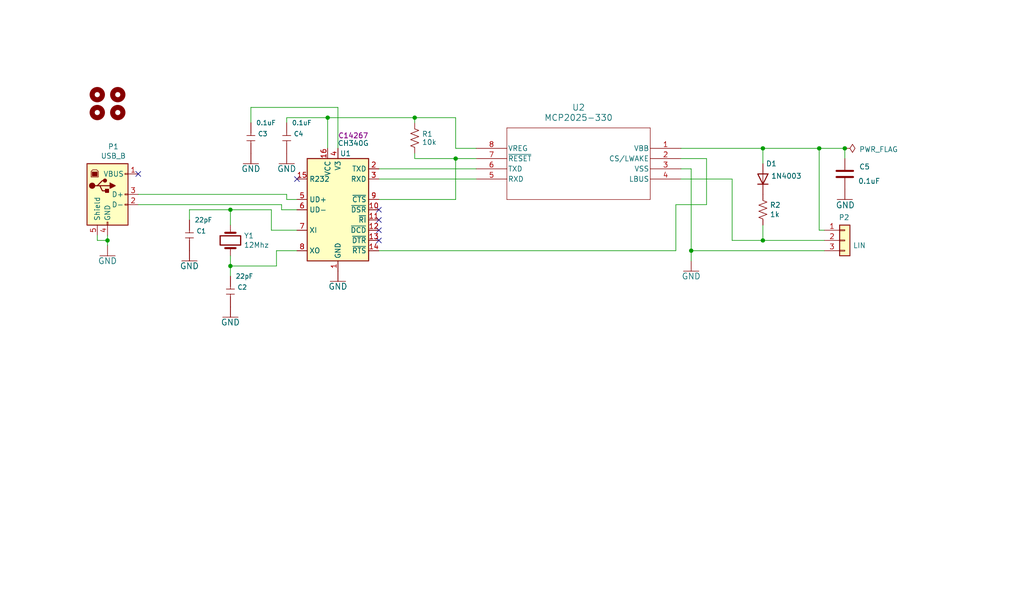
<source format=kicad_sch>
(kicad_sch (version 20231120) (generator "eeschema") (generator_version "8.0")
  (paper "User" 254 152.4)
  (title_block (date "2022-01-19"))
  (lib_symbols
    (symbol "Connector:USB_B" (pin_names (offset 1.016))
      (property "Reference" "J" (at -5.08 11.43 0))
      (property "Value" "USB_B" (at -5.08 8.89 0))
      (symbol "USB_B_0_1"
        (rectangle (start -5.08 -7.62) (end 5.08 7.62) (stroke (width 0.254)) (fill (type background)))
        (circle (center -3.81 2.159) (radius 0.635) (stroke (width 0.254)) (fill (type outline)))
        (rectangle (start -3.81 5.588) (end -2.54 4.572) (fill (type outline)))
        (circle (center -0.635 3.429) (radius 0.381) (stroke (width 0.254)) (fill (type outline)))
        (rectangle (start -0.127 -7.62) (end 0.127 -6.858))
        (polyline (pts (xy -1.905 2.159) (xy 0.635 2.159)) (stroke (width 0.254)))
        (polyline (pts (xy -3.175 2.159) (xy -2.54 2.159) (xy -1.27 3.429) (xy -0.635 3.429)) (stroke (width 0.254)))
        (polyline (pts (xy -2.54 2.159) (xy -1.905 2.159) (xy -1.27 0.889) (xy 0 0.889)) (stroke (width 0.254)))
        (polyline (pts (xy 0.635 2.794) (xy 0.635 1.524) (xy 1.905 2.159) (xy 0.635 2.794)) (stroke (width 0.254)) (fill (type outline)))
        (polyline (pts (xy -4.064 4.318) (xy -2.286 4.318) (xy -2.286 5.715) (xy -2.667 6.096) (xy -3.683 6.096) (xy -4.064 5.715) (xy -4.064 4.318)))
        (rectangle (start 0.254 1.27) (end -0.508 0.508) (stroke (width 0.254)) (fill (type outline)))
        (rectangle (start 5.08 -2.667) (end 4.318 -2.413))
        (rectangle (start 5.08 -0.127) (end 4.318 0.127))
        (rectangle (start 5.08 4.953) (end 4.318 5.207))
      )
      (symbol "USB_B_1_1"
        (pin power_out line (at 7.62 5.08 180) (length 2.54) (name "VBUS") (number "1"))
        (pin bidirectional line (at 7.62 -2.54 180) (length 2.54) (name "D-") (number "2"))
        (pin bidirectional line (at 7.62 0 180) (length 2.54) (name "D+") (number "3"))
        (pin power_out line (at 0 -10.16 90) (length 2.54) (name "GND") (number "4"))
        (pin passive line (at -2.54 -10.16 90) (length 2.54) (name "Shield") (number "5"))
      )
    )
    (symbol "Connector_Generic:Conn_01x03" (pin_names (offset 1.016) hide)
      (property "Reference" "J" (at 0 5.08 0))
      (property "Value" "Conn_01x03" (at 0 -5.08 0))
      (symbol "Conn_01x03_1_1"
        (rectangle (start -1.27 -2.413) (end 0 -2.667) (stroke (width 0.1524)))
        (rectangle (start -1.27 0.127) (end 0 -0.127) (stroke (width 0.1524)))
        (rectangle (start -1.27 2.667) (end 0 2.413) (stroke (width 0.1524)))
        (rectangle (start -1.27 3.81) (end 1.27 -3.81) (stroke (width 0.254)) (fill (type background)))
        (pin passive line (at -5.08 2.54 0) (length 3.81) (name "Pin_1") (number "1"))
        (pin passive line (at -5.08 0 0) (length 3.81) (name "Pin_2") (number "2"))
        (pin passive line (at -5.08 -2.54 0) (length 3.81) (name "Pin_3") (number "3"))
      )
    )
    (symbol "Device:C" (pin_numbers hide) (pin_names (offset 0.254))
      (property "Reference" "C" (at 0.635 2.54 0))
      (property "Value" "C" (at 0.635 -2.54 0))
      (symbol "C_0_1"
        (polyline (pts (xy -2.032 -0.762) (xy 2.032 -0.762)) (stroke (width 0.508)))
        (polyline (pts (xy -2.032 0.762) (xy 2.032 0.762)) (stroke (width 0.508)))
      )
      (symbol "C_1_1"
        (pin passive line (at 0 3.81 270) (length 2.794) (name "~") (number "1"))
        (pin passive line (at 0 -3.81 90) (length 2.794) (name "~") (number "2"))
      )
    )
    (symbol "Device:Crystal" (pin_numbers hide) (pin_names (offset 1.016) hide)
      (property "Reference" "Y" (at 0 3.81 0))
      (property "Value" "Crystal" (at 0 -3.81 0))
      (symbol "Crystal_0_1"
        (rectangle (start -1.143 2.54) (end 1.143 -2.54) (stroke (width 0.3048)))
        (polyline (pts (xy -2.54 0) (xy -1.905 0)))
        (polyline (pts (xy -1.905 -1.27) (xy -1.905 1.27)) (stroke (width 0.508)))
        (polyline (pts (xy 1.905 -1.27) (xy 1.905 1.27)) (stroke (width 0.508)))
        (polyline (pts (xy 2.54 0) (xy 1.905 0)))
      )
      (symbol "Crystal_1_1"
        (pin passive line (at -3.81 0 0) (length 1.27) (name "1") (number "1"))
        (pin passive line (at 3.81 0 180) (length 1.27) (name "2") (number "2"))
      )
    )
    (symbol "Device:R_US" (pin_numbers hide) (pin_names (offset 0))
      (property "Reference" "R" (at 2.54 0 90))
      (property "Value" "R_US" (at -2.54 0 90))
      (symbol "R_US_0_1"
        (polyline (pts (xy 0 -2.286) (xy 0 -2.54)))
        (polyline (pts (xy 0 2.286) (xy 0 2.54)))
        (polyline (pts (xy 0 -0.762) (xy 1.016 -1.143) (xy 0 -1.524) (xy -1.016 -1.905) (xy 0 -2.286)))
        (polyline (pts (xy 0 0.762) (xy 1.016 0.381) (xy 0 0) (xy -1.016 -0.381) (xy 0 -0.762)))
        (polyline (pts (xy 0 2.286) (xy 1.016 1.905) (xy 0 1.524) (xy -1.016 1.143) (xy 0 0.762)))
      )
      (symbol "R_US_1_1"
        (pin passive line (at 0 3.81 270) (length 1.27) (name "~") (number "1"))
        (pin passive line (at 0 -3.81 90) (length 1.27) (name "~") (number "2"))
      )
    )
    (symbol "Interface_USB:CH340G"
      (property "Reference" "U" (at -5.08 13.97 0))
      (property "Value" "CH340G" (at 1.27 13.97 0))
      (symbol "CH340G_0_1"
        (rectangle (start -7.62 12.7) (end 7.62 -12.7) (stroke (width 0.254)) (fill (type background)))
      )
      (symbol "CH340G_1_1"
        (pin power_in line (at 0 -15.24 90) (length 2.54) (name "GND") (number "1"))
        (pin input line (at 10.16 0 180) (length 2.54) (name "~{DSR}") (number "10"))
        (pin input line (at 10.16 -2.54 180) (length 2.54) (name "~{RI}") (number "11"))
        (pin input line (at 10.16 -5.08 180) (length 2.54) (name "~{DCD}") (number "12"))
        (pin output line (at 10.16 -7.62 180) (length 2.54) (name "~{DTR}") (number "13"))
        (pin output line (at 10.16 -10.16 180) (length 2.54) (name "~{RTS}") (number "14"))
        (pin input line (at -10.16 7.62 0) (length 2.54) (name "R232") (number "15"))
        (pin power_in line (at -2.54 15.24 270) (length 2.54) (name "VCC") (number "16"))
        (pin output line (at 10.16 10.16 180) (length 2.54) (name "TXD") (number "2"))
        (pin input line (at 10.16 7.62 180) (length 2.54) (name "RXD") (number "3"))
        (pin power_out line (at 0 15.24 270) (length 2.54) (name "V3") (number "4"))
        (pin bidirectional line (at -10.16 2.54 0) (length 2.54) (name "UD+") (number "5"))
        (pin bidirectional line (at -10.16 0 0) (length 2.54) (name "UD-") (number "6"))
        (pin input line (at -10.16 -5.08 0) (length 2.54) (name "XI") (number "7"))
        (pin output line (at -10.16 -10.16 0) (length 2.54) (name "XO") (number "8"))
        (pin input line (at 10.16 2.54 180) (length 2.54) (name "~{CTS}") (number "9"))
      )
    )
    (symbol "Mechanical:MountingHole" (pin_names (offset 1.016)) (exclude_from_sim yes) (in_bom no)
      (property "Reference" "H" (at 0 5.08 0))
      (property "Value" "MountingHole" (at 0 3.175 0))
      (symbol "MountingHole_0_1"
        (circle (center 0 0) (radius 1.27) (stroke (width 1.27)))
      )
    )
    (symbol "OPL_Capacitor:CERAMIC-100NF-50V-10%-X7R_0603_" (pin_numbers hide) (pin_names (offset 1.016) hide)
      (property "Reference" "C" (at -3.81 1.27 0))
      (property "Value" "CERAMIC-100NF-50V-10%-X7R_0603_" (at -3.81 -2.54 0))
      (symbol "CERAMIC-100NF-50V-10%-X7R_0603__1_0"
        (polyline (pts (xy -1.27 0) (xy -0.635 0)))
        (polyline (pts (xy -0.635 -1.016) (xy -0.635 0)))
        (polyline (pts (xy -0.635 0) (xy -0.635 1.016)))
        (polyline (pts (xy 0.635 0) (xy 0.635 -1.016)))
        (polyline (pts (xy 0.635 0) (xy 1.27 0)))
        (polyline (pts (xy 0.635 1.016) (xy 0.635 0)))
      )
      (symbol "CERAMIC-100NF-50V-10%-X7R_0603__1_1"
        (pin passive line (at -3.81 0 0) (length 2.54) (name "1") (number "1"))
        (pin passive line (at 3.81 0 180) (length 2.54) (name "2") (number "2"))
      )
    )
    (symbol "catu:1N4003" (pin_numbers hide) (pin_names (offset 1.016) hide)
      (property "Reference" "D" (at 0 2.54 0))
      (property "Value" "1N4003" (at 0 -2.54 0))
      (symbol "1N4003_0_1"
        (polyline (pts (xy -1.27 1.27) (xy -1.27 -1.27)) (stroke (width 0.254)))
        (polyline (pts (xy 1.27 0) (xy -1.27 0)))
        (polyline (pts (xy 1.27 1.27) (xy 1.27 -1.27) (xy -1.27 0) (xy 1.27 1.27)) (stroke (width 0.254)))
      )
      (symbol "1N4003_1_1"
        (pin passive line (at -3.81 0 0) (length 2.54) (name "K") (number "1"))
        (pin passive line (at 3.81 0 180) (length 2.54) (name "A") (number "2"))
      )
    )
    (symbol "catu:GND" (power) (pin_names (offset 1.016))
      (property "Value" "GND" (at -2.54 -2.54 0))
      (symbol "GND_1_0"
        (polyline (pts (xy -1.905 0) (xy 1.905 0)))
        (pin power_in line (at 0 2.54 270) (length 2.54) (name "GND") (number "1"))
      )
    )
    (symbol "catu:MCP2025-330" (pin_names (offset 0.254))
      (property "Reference" "U" (at 25.4 10.16 0))
      (property "Value" "MCP2025-330" (at 25.4 7.62 0))
      (symbol "MCP2025-330_0_1"
        (polyline (pts (xy 7.62 -12.7) (xy 43.18 -12.7)) (stroke (width 0.127)))
        (polyline (pts (xy 7.62 5.08) (xy 7.62 -12.7)) (stroke (width 0.127)))
        (polyline (pts (xy 43.18 -12.7) (xy 43.18 5.08)) (stroke (width 0.127)))
        (polyline (pts (xy 43.18 5.08) (xy 7.62 5.08)) (stroke (width 0.127)))
        (pin power_in line (at 0 0 0) (length 7.62) (name "VBB") (number "1"))
        (pin input line (at 0 -2.54 0) (length 7.62) (name "CS/LWAKE") (number "2"))
        (pin power_in line (at 0 -5.08 0) (length 7.62) (name "VSS") (number "3"))
        (pin output line (at 50.8 -7.62 180) (length 7.62) (name "RXD") (number "5"))
        (pin input line (at 50.8 -5.08 180) (length 7.62) (name "TXD") (number "6"))
      )
      (symbol "MCP2025-330_1_1"
        (pin passive line (at 0 -7.62 0) (length 7.62) (name "LBUS") (number "4"))
        (pin output line (at 50.8 -2.54 180) (length 7.62) (name "~{RESET}") (number "7"))
        (pin power_out line (at 50.8 0 180) (length 7.62) (name "VREG") (number "8"))
      )
    )
    (symbol "power:PWR_FLAG" (power) (pin_numbers hide) (pin_names (offset 0) hide)
      (property "Value" "PWR_FLAG" (at 0 3.81 0))
      (symbol "PWR_FLAG_0_0"
        (pin power_out line (at 0 0 90) (length 0) (name "~") (number "1"))
      )
      (symbol "PWR_FLAG_0_1"
        (polyline (pts (xy 0 0) (xy 0 1.27) (xy -1.016 1.905) (xy 0 2.54) (xy 1.016 1.905) (xy 0 1.27)))
      )
    )
  )
  (junction (at 171.45 62.23))
  (junction (at 26.67 59.69))
  (junction (at 113.03 39.37))
  (junction (at 102.87 29.21))
  (junction (at 189.23 36.83))
  (junction (at 81.28 29.21))
  (junction (at 203.2 36.83))
  (junction (at 209.55 36.83))
  (junction (at 189.23 59.69))
  (junction (at 57.15 66.04))
  (junction (at 57.15 52.07))
  (no_connect (at 34.29 43.18))
  (no_connect (at 93.98 57.15))
  (no_connect (at 93.98 59.69))
  (no_connect (at 73.66 44.45))
  (no_connect (at 93.98 54.61))
  (no_connect (at 93.98 52.07))
  (wire (pts (xy 113.03 36.83) (xy 118.11 36.83)))
  (wire (pts (xy 71.12 48.26) (xy 71.12 49.53)))
  (wire (pts (xy 118.11 41.91) (xy 93.98 41.91)))
  (wire (pts (xy 81.28 29.21) (xy 102.87 29.21)))
  (wire (pts (xy 203.2 36.83) (xy 209.55 36.83)))
  (wire (pts (xy 83.82 36.83) (xy 83.82 26.67)))
  (wire (pts (xy 102.87 29.21) (xy 102.87 30.48)))
  (wire (pts (xy 69.85 50.8) (xy 69.85 52.07)))
  (wire (pts (xy 181.61 59.69) (xy 189.23 59.69)))
  (wire (pts (xy 67.31 57.15) (xy 73.66 57.15)))
  (wire (pts (xy 203.2 57.15) (xy 204.47 57.15)))
  (wire (pts (xy 71.12 30.48) (xy 71.12 29.21)))
  (wire (pts (xy 71.12 29.21) (xy 81.28 29.21)))
  (wire (pts (xy 189.23 36.83) (xy 189.23 40.64)))
  (wire (pts (xy 189.23 59.69) (xy 189.23 55.88)))
  (wire (pts (xy 102.87 39.37) (xy 102.87 38.1)))
  (wire (pts (xy 24.13 58.42) (xy 24.13 59.69)))
  (wire (pts (xy 175.26 50.8) (xy 175.26 39.37)))
  (wire (pts (xy 113.03 29.21) (xy 113.03 36.83)))
  (wire (pts (xy 171.45 62.23) (xy 171.45 64.77)))
  (wire (pts (xy 67.31 52.07) (xy 67.31 57.15)))
  (wire (pts (xy 168.91 41.91) (xy 171.45 41.91)))
  (wire (pts (xy 71.12 49.53) (xy 73.66 49.53)))
  (wire (pts (xy 46.99 54.61) (xy 46.99 52.07)))
  (wire (pts (xy 175.26 39.37) (xy 168.91 39.37)))
  (wire (pts (xy 181.61 44.45) (xy 181.61 59.69)))
  (wire (pts (xy 24.13 59.69) (xy 26.67 59.69)))
  (wire (pts (xy 81.28 29.21) (xy 81.28 36.83)))
  (wire (pts (xy 209.55 36.83) (xy 209.55 39.37)))
  (wire (pts (xy 57.15 52.07) (xy 57.15 55.88)))
  (wire (pts (xy 26.67 59.69) (xy 26.67 60.96)))
  (wire (pts (xy 167.64 50.8) (xy 175.26 50.8)))
  (wire (pts (xy 57.15 52.07) (xy 67.31 52.07)))
  (wire (pts (xy 34.29 48.26) (xy 71.12 48.26)))
  (wire (pts (xy 113.03 49.53) (xy 113.03 39.37)))
  (wire (pts (xy 203.2 36.83) (xy 203.2 57.15)))
  (wire (pts (xy 34.29 50.8) (xy 69.85 50.8)))
  (wire (pts (xy 171.45 41.91) (xy 171.45 62.23)))
  (wire (pts (xy 83.82 26.67) (xy 62.23 26.67)))
  (wire (pts (xy 57.15 66.04) (xy 68.58 66.04)))
  (wire (pts (xy 167.64 62.23) (xy 167.64 50.8)))
  (wire (pts (xy 62.23 30.48) (xy 62.23 26.67)))
  (wire (pts (xy 68.58 62.23) (xy 73.66 62.23)))
  (wire (pts (xy 189.23 36.83) (xy 203.2 36.83)))
  (wire (pts (xy 57.15 68.58) (xy 57.15 66.04)))
  (wire (pts (xy 68.58 66.04) (xy 68.58 62.23)))
  (wire (pts (xy 69.85 52.07) (xy 73.66 52.07)))
  (wire (pts (xy 168.91 44.45) (xy 181.61 44.45)))
  (wire (pts (xy 171.45 62.23) (xy 204.47 62.23)))
  (wire (pts (xy 118.11 44.45) (xy 93.98 44.45)))
  (wire (pts (xy 113.03 39.37) (xy 118.11 39.37)))
  (wire (pts (xy 102.87 29.21) (xy 113.03 29.21)))
  (wire (pts (xy 26.67 58.42) (xy 26.67 59.69)))
  (wire (pts (xy 93.98 62.23) (xy 167.64 62.23)))
  (wire (pts (xy 93.98 49.53) (xy 113.03 49.53)))
  (wire (pts (xy 102.87 39.37) (xy 113.03 39.37)))
  (wire (pts (xy 57.15 63.5) (xy 57.15 66.04)))
  (wire (pts (xy 46.99 52.07) (xy 57.15 52.07)))
  (wire (pts (xy 189.23 59.69) (xy 204.47 59.69)))
  (wire (pts (xy 168.91 36.83) (xy 189.23 36.83)))
  (symbol (lib_id "Interface_USB:CH340G") (at 83.82 52.07 0) (unit 1)
    (property "Reference" "U1" (at 85.725 38.1 0))
    (property "Value" "CH340G" (at 87.63 35.56 0))
    (property "Footprint" "Package_SO:SOIC-16_3.9x9.9mm_P1.27mm" (effects (hide yes)))
    (property "Datasheet" "http://www.datasheet5.com/pdf-local-2195953" (effects (hide yes)))
    (property "Description" "USB serial converter, UART, SOIC-16" (effects (hide yes)))
    (property "LCSC" "C14267" (at 87.63 33.655 0))
  )
  (symbol (lib_id "Device:Crystal") (at 57.15 59.69 90) (unit 1)
    (property "Reference" "Y1" (at 60.4774 58.5216 90) (effects (justify right)))
    (property "Value" "12Mhz" (at 60.4774 60.833 90) (effects (justify right)))
    (property "Footprint" "Crystal:Crystal_HC49-4H_Vertical" (effects (hide yes)))
    (property "Description" "Two pin crystal" (effects (hide yes)))
  )
  (symbol (lib_id "OPL_Capacitor:CERAMIC-100NF-50V-10%-X7R_0603_") (at 46.99 58.42 270) (unit 1)
    (property "Reference" "C1" (at 48.7172 57.3532 90) (effects (font (size 1.143 1.143)) (justify left)))
    (property "Value" "22pF" (at 48.26 54.61 90) (effects (font (size 1.143 1.143)) (justify left)))
    (property "Footprint" "Capacitor_SMD:C_0805_2012Metric_Pad1.18x1.45mm_HandSolder" (effects (hide yes)))
    (property "MPN" "CC0603KRX7R9BB104" (effects (hide yes)))
    (property "SKU" "302010138" (effects (hide yes)))
    (property "LCSC" "C1562" (effects (hide yes)))
  )
  (symbol (lib_id "OPL_Capacitor:CERAMIC-100NF-50V-10%-X7R_0603_") (at 57.15 72.39 270) (unit 1)
    (property "Reference" "C2" (at 58.8772 71.3232 90) (effects (font (size 1.143 1.143)) (justify left)))
    (property "Value" "22pF" (at 58.42 68.58 90) (effects (font (size 1.143 1.143)) (justify left)))
    (property "Footprint" "Capacitor_SMD:C_0805_2012Metric_Pad1.18x1.45mm_HandSolder" (effects (hide yes)))
    (property "MPN" "CC0603KRX7R9BB104" (effects (hide yes)))
    (property "SKU" "302010138" (effects (hide yes)))
    (property "LCSC" "C1562" (effects (hide yes)))
  )
  (symbol (lib_id "OPL_Capacitor:CERAMIC-100NF-50V-10%-X7R_0603_") (at 71.12 34.29 270) (unit 1)
    (property "Reference" "C4" (at 72.8472 33.2232 90) (effects (font (size 1.143 1.143)) (justify left)))
    (property "Value" "0.1uF" (at 72.39 30.48 90) (effects (font (size 1.143 1.143)) (justify left)))
    (property "Footprint" "Capacitor_SMD:C_0805_2012Metric_Pad1.18x1.45mm_HandSolder" (effects (hide yes)))
    (property "MPN" "CC0603KRX7R9BB104" (effects (hide yes)))
    (property "SKU" "302010138" (effects (hide yes)))
    (property "LCSC" "C14663" (effects (hide yes)))
  )
  (symbol (lib_id "Connector:USB_B") (at 26.67 48.26 0) (unit 1)
    (property "Reference" "P1" (at 28.1178 36.3982 0))
    (property "Value" "USB_B" (at 28.1178 38.7096 0))
    (property "Footprint" "Connector_USB:USB_B_OST_USB-B1HSxx_Horizontal" (effects (hide yes)))
    (property "Description" "USB Type B connector" (effects (hide yes)))
  )
  (symbol (lib_id "catu:GND") (at 26.67 63.5 0) (unit 1)
    (property "Reference" "#GND0117" (effects (hide yes)))
    (property "Value" "GND" (at 26.67 64.77 0) (effects (font (size 1.4986 1.4986))))
  )
  (symbol (lib_id "catu:GND") (at 57.15 78.74 0) (unit 1)
    (property "Reference" "#GND016" (effects (hide yes)))
    (property "Value" "GND" (at 57.15 80.01 0) (effects (font (size 1.4986 1.4986))))
  )
  (symbol (lib_id "catu:GND") (at 46.99 64.77 0) (unit 1)
    (property "Reference" "#GND015" (effects (hide yes)))
    (property "Value" "GND" (at 46.99 66.04 0) (effects (font (size 1.4986 1.4986))))
  )
  (symbol (lib_id "OPL_Capacitor:CERAMIC-100NF-50V-10%-X7R_0603_") (at 62.23 34.29 270) (unit 1)
    (property "Reference" "C3" (at 63.9572 33.2232 90) (effects (font (size 1.143 1.143)) (justify left)))
    (property "Value" "0.1uF" (at 63.5 30.48 90) (effects (font (size 1.143 1.143)) (justify left)))
    (property "Footprint" "Capacitor_SMD:C_0805_2012Metric_Pad1.18x1.45mm_HandSolder" (effects (hide yes)))
    (property "MPN" "CC0603KRX7R9BB104" (effects (hide yes)))
    (property "SKU" "302010138" (effects (hide yes)))
    (property "LCSC" "C14663" (effects (hide yes)))
  )
  (symbol (lib_id "catu:GND") (at 83.82 69.85 0) (unit 1)
    (property "Reference" "#GND019" (effects (hide yes)))
    (property "Value" "GND" (at 83.82 71.12 0) (effects (font (size 1.4986 1.4986))))
  )
  (symbol (lib_id "catu:GND") (at 71.12 40.64 0) (unit 1)
    (property "Reference" "#GND018" (effects (hide yes)))
    (property "Value" "GND" (at 71.12 41.91 0) (effects (font (size 1.4986 1.4986))))
  )
  (symbol (lib_id "catu:GND") (at 62.23 40.64 0) (unit 1)
    (property "Reference" "#GND017" (effects (hide yes)))
    (property "Value" "GND" (at 62.23 41.91 0) (effects (font (size 1.4986 1.4986))))
  )
  (symbol (lib_id "power:PWR_FLAG") (at 209.55 36.83 270) (unit 1)
    (property "Reference" "#FLG01" (effects (hide yes)))
    (property "Value" "PWR_FLAG" (at 217.932 37.084 90))
    (property "Description" "Special symbol for telling ERC where power comes from" (effects (hide yes)))
  )
  (symbol (lib_id "Device:R_US") (at 189.23 52.07 0) (unit 1)
    (property "Reference" "R2" (at 190.9572 50.9016 0) (effects (justify left)))
    (property "Value" "1k" (at 190.9572 53.213 0) (effects (justify left)))
    (property "Footprint" "Resistor_SMD:R_1206_3216Metric_Pad1.30x1.75mm_HandSolder" (effects (hide yes)))
    (property "Description" "Resistor, US symbol" (effects (hide yes)))
  )
  (symbol (lib_id "Mechanical:MountingHole") (at 24.13 27.94 0) (unit 1)
    (property "Reference" "H6" (effects (hide yes)))
    (property "Value" "MountingHole" (effects (hide yes)))
    (property "Footprint" "MountingHole:MountingHole_2.7mm_M2.5_DIN965_Pad" (effects (hide yes)))
    (property "Description" "Mounting Hole without connection" (effects (hide yes)))
  )
  (symbol (lib_id "Mechanical:MountingHole") (at 29.21 27.94 0) (unit 1)
    (property "Reference" "H8" (effects (hide yes)))
    (property "Value" "MountingHole" (effects (hide yes)))
    (property "Footprint" "MountingHole:MountingHole_2.7mm_M2.5_DIN965_Pad" (effects (hide yes)))
    (property "Description" "Mounting Hole without connection" (effects (hide yes)))
  )
  (symbol (lib_id "Mechanical:MountingHole") (at 29.21 23.495 0) (unit 1)
    (property "Reference" "H7" (effects (hide yes)))
    (property "Value" "MountingHole" (effects (hide yes)))
    (property "Footprint" "MountingHole:MountingHole_2.7mm_M2.5_DIN965_Pad" (effects (hide yes)))
    (property "Description" "Mounting Hole without connection" (effects (hide yes)))
  )
  (symbol (lib_id "catu:1N4003") (at 189.23 44.45 270) (mirror x) (unit 1)
    (property "Reference" "D1" (at 189.992 40.64 90) (effects (justify left)))
    (property "Value" "1N4003" (at 191.262 43.688 90) (effects (justify left)))
    (property "Footprint" "Diode_THT:D_A-405_P10.16mm_Horizontal" (effects (hide yes)))
    (property "Datasheet" "http://www.vishay.com/docs/88503/1n4001.pdf" (effects (hide yes)))
    (property "Description" "200V 1A General Purpose Rectifier Diode, DO-41" (effects (hide yes)))
  )
  (symbol (lib_id "Mechanical:MountingHole") (at 24.13 23.495 0) (unit 1)
    (property "Reference" "H5" (effects (hide yes)))
    (property "Value" "MountingHole" (effects (hide yes)))
    (property "Footprint" "MountingHole:MountingHole_2.7mm_M2.5_DIN965_Pad" (effects (hide yes)))
    (property "Description" "Mounting Hole without connection" (effects (hide yes)))
  )
  (symbol (lib_id "catu:GND") (at 171.45 67.31 0) (mirror y) (unit 1)
    (property "Reference" "#GND02" (effects (hide yes)))
    (property "Value" "GND" (at 171.45 68.58 0) (effects (font (size 1.4986 1.4986))))
  )
  (symbol (lib_id "Device:C") (at 209.55 43.18 0) (unit 1)
    (property "Reference" "C5" (at 213.106 41.402 0) (effects (justify left)))
    (property "Value" "0.1uF" (at 212.852 44.958 0) (effects (justify left)))
    (property "Footprint" "Capacitor_SMD:C_0805_2012Metric_Pad1.18x1.45mm_HandSolder" (effects (hide yes)))
    (property "Description" "Unpolarized capacitor" (effects (hide yes)))
  )
  (symbol (lib_id "catu:MCP2025-330") (at 168.91 36.83 0) (mirror y) (unit 1)
    (property "Reference" "U2" (at 143.51 26.67 0) (effects (font (size 1.524 1.524))))
    (property "Value" "MCP2025-330" (at 143.51 29.21 0) (effects (font (size 1.524 1.524))))
    (property "Footprint" "catu:SOIC8_4P9X3P9MC_MCH" (effects (hide yes)))
    (property "Datasheet" "MCP2025-330E/SN" (effects (hide yes)))
  )
  (symbol (lib_id "Device:R_US") (at 102.87 34.29 0) (unit 1)
    (property "Reference" "R1" (at 104.648 33.274 0) (effects (justify left)))
    (property "Value" "10k" (at 104.648 35.306 0) (effects (justify left)))
    (property "Footprint" "Resistor_SMD:R_0805_2012Metric_Pad1.20x1.40mm_HandSolder" (effects (hide yes)))
    (property "Description" "Resistor, US symbol" (effects (hide yes)))
  )
  (symbol (lib_id "Connector_Generic:Conn_01x03") (at 209.55 59.69 0) (unit 1)
    (property "Reference" "P2" (at 209.3722 53.975 0))
    (property "Value" "LIN" (at 211.582 60.9346 0) (effects (justify left)))
    (property "Footprint" "Connector_PinHeader_2.54mm:PinHeader_1x03_P2.54mm_Vertical" (effects (hide yes)))
    (property "Description" "Generic connector, single row, 01x03, script generated (kicad-library-utils/schlib/autogen/connector/)" (effects (hide yes)))
  )
  (symbol (lib_id "catu:GND") (at 209.55 49.53 0) (unit 1)
    (property "Reference" "#GND04" (effects (hide yes)))
    (property "Value" "GND" (at 209.677 50.927 0) (effects (font (size 1.4986 1.4986))))
  )
)
</source>
